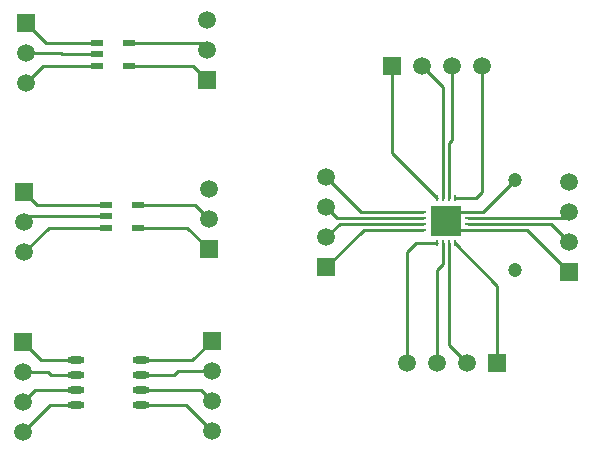
<source format=gtl>
G04*
G04 #@! TF.GenerationSoftware,Altium Limited,Altium Designer,20.0.9 (164)*
G04*
G04 Layer_Physical_Order=1*
G04 Layer_Color=255*
%FSLAX25Y25*%
%MOIN*%
G70*
G01*
G75*
%ADD12C,0.01000*%
%ADD14R,0.04150X0.02200*%
%ADD15O,0.05709X0.02362*%
%ADD24R,0.10200X0.10200*%
%ADD25R,0.02400X0.01000*%
%ADD26R,0.01000X0.02400*%
%ADD27C,0.05906*%
%ADD28R,0.05906X0.05906*%
%ADD29C,0.04724*%
%ADD30R,0.05906X0.05906*%
D12*
X154000Y89453D02*
X161500D01*
X21760Y84260D02*
X38500D01*
X192816Y87484D02*
X192900Y87400D01*
X13500Y76000D02*
X21760Y84260D01*
X48225Y145740D02*
X72260D01*
X74500Y143500D01*
X51225Y91740D02*
X70260D01*
X75000Y87000D01*
X15500Y88000D02*
X40775D01*
X13500Y86000D02*
X15500Y88000D01*
X37775Y138260D02*
X37800D01*
X38500Y84260D02*
X40775D01*
X17760Y91740D02*
X40775D01*
X13500Y96000D02*
X17760Y91740D01*
X17000Y30000D02*
X30772D01*
X13000Y26000D02*
X17000Y30000D01*
X52228D02*
X72500D01*
X76000Y26500D01*
X156000Y113316D02*
Y138000D01*
X154984Y112300D02*
X156000Y113316D01*
X154984Y94000D02*
Y112300D01*
X156953Y94000D02*
X164000D01*
X166000Y96000D01*
Y138000D01*
X52228Y25000D02*
X67500D01*
X76000Y16500D01*
X52228Y40000D02*
X69500D01*
X76000Y46500D01*
X51225Y84260D02*
X67740D01*
X75000Y77000D01*
X161500Y85516D02*
X188984D01*
X195000Y79500D01*
X153016Y94000D02*
Y130984D01*
X146000Y138000D02*
X153016Y130984D01*
X136000Y109047D02*
Y138000D01*
Y109047D02*
X151047Y94000D01*
X161500Y89453D02*
X166453D01*
X177000Y100000D01*
X126547Y83547D02*
X146500D01*
X114000Y71000D02*
X126547Y83547D01*
X118516Y85516D02*
X146500D01*
X114000Y81000D02*
X118516Y85516D01*
X161500Y87484D02*
X192816D01*
X192900Y87400D02*
X195000Y89500D01*
X156953Y83547D02*
X161500D01*
X154000Y86500D02*
X156953Y83547D01*
X161500D02*
X180953D01*
X195000Y69500D01*
X22000Y25000D02*
X30772D01*
X13000Y16000D02*
X22000Y25000D01*
X154000Y86500D02*
Y89453D01*
X114000Y101000D02*
X125547Y89453D01*
X146500D01*
X171000Y39000D02*
Y64953D01*
X156953Y79000D02*
X171000Y64953D01*
X19000Y40000D02*
X30772D01*
X13000Y46000D02*
X19000Y40000D01*
X20760Y145740D02*
X37775D01*
X14000Y152500D02*
X20760Y145740D01*
X144000Y79000D02*
X151047D01*
X141000Y76000D02*
X144000Y79000D01*
X141000Y39000D02*
Y76000D01*
X19760Y138260D02*
X37775D01*
X14000Y132500D02*
X19760Y138260D01*
X69740D02*
X74500Y133500D01*
X48225Y138260D02*
X69740D01*
X154984Y45016D02*
X161000Y39000D01*
X154984Y45016D02*
Y79000D01*
X117516Y87484D02*
X146500D01*
X114000Y91000D02*
X117516Y87484D01*
X153016Y72216D02*
Y79000D01*
X151000Y70200D02*
X153016Y72216D01*
X151000Y39000D02*
Y70200D01*
X64800Y36500D02*
X76000D01*
X63300Y35000D02*
X64800Y36500D01*
X52228Y35000D02*
X63300D01*
X26100Y142000D02*
X37775D01*
X25600Y142500D02*
X26100Y142000D01*
X14000Y142500D02*
X25600D01*
X22300Y35000D02*
X30772D01*
X21300Y36000D02*
X22300Y35000D01*
X13000Y36000D02*
X21300D01*
D14*
X51225Y91740D02*
D03*
Y84260D02*
D03*
X40775D02*
D03*
Y88000D02*
D03*
Y91740D02*
D03*
X48225Y145740D02*
D03*
Y138260D02*
D03*
X37775D02*
D03*
Y142000D02*
D03*
Y145740D02*
D03*
D15*
X52228Y40000D02*
D03*
Y35000D02*
D03*
Y30000D02*
D03*
Y25000D02*
D03*
X30772D02*
D03*
Y30000D02*
D03*
Y35000D02*
D03*
Y40000D02*
D03*
D24*
X154000Y86500D02*
D03*
D25*
X146500Y83547D02*
D03*
Y85516D02*
D03*
Y87484D02*
D03*
Y89453D02*
D03*
X161500D02*
D03*
Y87484D02*
D03*
Y85516D02*
D03*
Y83547D02*
D03*
D26*
X151047Y94000D02*
D03*
X153016D02*
D03*
X154984D02*
D03*
X156953D02*
D03*
Y79000D02*
D03*
X154984D02*
D03*
X153016D02*
D03*
X151047D02*
D03*
D27*
X195000Y99500D02*
D03*
Y89500D02*
D03*
Y79500D02*
D03*
X141000Y39000D02*
D03*
X151000D02*
D03*
X161000D02*
D03*
X114000Y101000D02*
D03*
Y91000D02*
D03*
Y81000D02*
D03*
X166000Y138000D02*
D03*
X156000D02*
D03*
X146000D02*
D03*
X14000Y142500D02*
D03*
Y132500D02*
D03*
X74500Y143500D02*
D03*
Y153500D02*
D03*
X13000Y16000D02*
D03*
Y26000D02*
D03*
Y36000D02*
D03*
X13500Y86000D02*
D03*
Y76000D02*
D03*
X75000Y87000D02*
D03*
Y97000D02*
D03*
X76000Y16500D02*
D03*
Y26500D02*
D03*
Y36500D02*
D03*
D28*
X195000Y69500D02*
D03*
X114000Y71000D02*
D03*
X14000Y152500D02*
D03*
X74500Y133500D02*
D03*
X13000Y46000D02*
D03*
X13500Y96000D02*
D03*
X75000Y77000D02*
D03*
X76000Y46500D02*
D03*
D29*
X177000Y100000D02*
D03*
Y70000D02*
D03*
D30*
X171000Y39000D02*
D03*
X136000Y138000D02*
D03*
M02*

</source>
